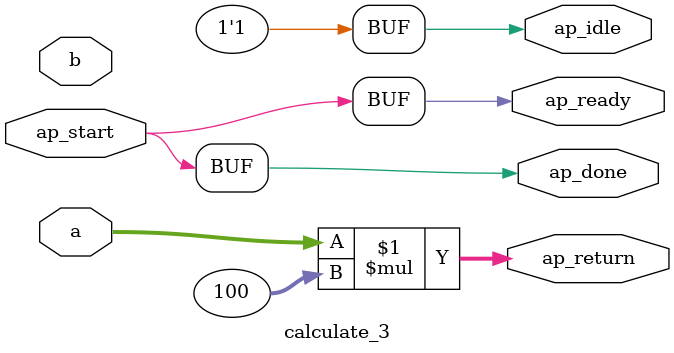
<source format=v>
module calculate_3 (
        ap_start,
        ap_done,
        ap_idle,
        ap_ready,
        a,
        b,
        ap_return
);


input   ap_start;
output   ap_done;
output   ap_idle;
output   ap_ready;
input  [31:0] a;
input  [31:0] b;
output  [31:0] ap_return;

assign ap_done = ap_start;

assign ap_idle = 1'd1;

assign ap_ready = ap_start;

assign ap_return = (a * 32'd100);

endmodule //calculate

</source>
